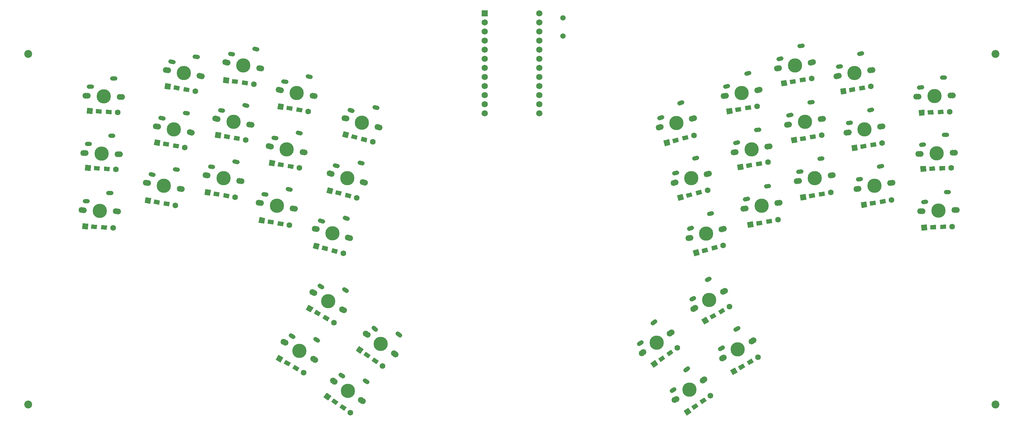
<source format=gbr>
G04 #@! TF.GenerationSoftware,KiCad,Pcbnew,(5.1.5)-1*
G04 #@! TF.CreationDate,2021-07-11T17:01:57-04:00*
G04 #@! TF.ProjectId,baboon38 v0.4,6261626f-6f6e-4333-9820-76302e342e6b,rev?*
G04 #@! TF.SameCoordinates,Original*
G04 #@! TF.FileFunction,Soldermask,Bot*
G04 #@! TF.FilePolarity,Negative*
%FSLAX46Y46*%
G04 Gerber Fmt 4.6, Leading zero omitted, Abs format (unit mm)*
G04 Created by KiCad (PCBNEW (5.1.5)-1) date 2021-07-11 17:01:57*
%MOMM*%
%LPD*%
G04 APERTURE LIST*
%ADD10C,2.200000*%
%ADD11C,1.500000*%
%ADD12C,1.752600*%
%ADD13R,1.752600X1.752600*%
%ADD14C,1.680000*%
%ADD15C,3.980000*%
%ADD16C,1.200000*%
%ADD17C,0.100000*%
%ADD18C,1.600000*%
G04 APERTURE END LIST*
D10*
X15000000Y-130000000D03*
X285000000Y-130000000D03*
X285000000Y-32000000D03*
X15000000Y-32000000D03*
D11*
X164200000Y-21960000D03*
X164200000Y-27040000D03*
D12*
X157620000Y-20630000D03*
X142380000Y-48570000D03*
X157620000Y-23170000D03*
X157620000Y-25710000D03*
X157620000Y-28250000D03*
X157620000Y-30790000D03*
X157620000Y-33330000D03*
X157620000Y-35870000D03*
X157620000Y-38410000D03*
X157620000Y-40950000D03*
X157620000Y-43490000D03*
X157620000Y-46030000D03*
X157620000Y-48570000D03*
X142380000Y-46030000D03*
X142380000Y-43490000D03*
X142380000Y-40950000D03*
X142380000Y-38410000D03*
X142380000Y-35870000D03*
X142380000Y-33330000D03*
X142380000Y-30790000D03*
X142380000Y-28250000D03*
X142380000Y-25710000D03*
X142380000Y-23170000D03*
D13*
X142380000Y-20630000D03*
D14*
X224657786Y-73550474D03*
X214652140Y-75314740D03*
D15*
X219654963Y-74432607D03*
D14*
X224086598Y-73651190D03*
X215223328Y-75214024D03*
D16*
X220978800Y-69040811D02*
X221766646Y-68901893D01*
X215067856Y-72662254D02*
X215855702Y-72523336D01*
D14*
X40557245Y-60019620D03*
X30403435Y-59665042D03*
D15*
X35480340Y-59842331D03*
D14*
X39977599Y-59999379D03*
X30983081Y-59685283D03*
D16*
X37896265Y-54843600D02*
X38695777Y-54871520D01*
X31361550Y-57156951D02*
X32161062Y-57184871D01*
D17*
G36*
X212236809Y-119603767D02*
G01*
X213036809Y-120989407D01*
X211651169Y-121789407D01*
X210851169Y-120403767D01*
X212236809Y-119603767D01*
G37*
D18*
X218698987Y-116796587D03*
D17*
G36*
X216926744Y-117126972D02*
G01*
X217526744Y-118166202D01*
X216141104Y-118966202D01*
X215541104Y-117926972D01*
X216926744Y-117126972D01*
G37*
G36*
X214501872Y-118526972D02*
G01*
X215101872Y-119566202D01*
X213716232Y-120366202D01*
X213116232Y-119326972D01*
X214501872Y-118526972D01*
G37*
G36*
X199214712Y-130868725D02*
G01*
X200132435Y-132179368D01*
X198821792Y-133097091D01*
X197904069Y-131786448D01*
X199214712Y-130868725D01*
G37*
D18*
X205407638Y-127509012D03*
D17*
G36*
X203670934Y-127992601D02*
G01*
X204359225Y-128975583D01*
X203048582Y-129893305D01*
X202360291Y-128910323D01*
X203670934Y-127992601D01*
G37*
G36*
X201377308Y-129598615D02*
G01*
X202065599Y-130581597D01*
X200754956Y-131499319D01*
X200066665Y-130516337D01*
X201377308Y-129598615D01*
G37*
G36*
X189943735Y-117509871D02*
G01*
X190861458Y-118820514D01*
X189550815Y-119738237D01*
X188633092Y-118427594D01*
X189943735Y-117509871D01*
G37*
D18*
X196136661Y-114150158D03*
D17*
G36*
X194399957Y-114633747D02*
G01*
X195088248Y-115616729D01*
X193777605Y-116534451D01*
X193089314Y-115551469D01*
X194399957Y-114633747D01*
G37*
G36*
X192106331Y-116239761D02*
G01*
X192794622Y-117222743D01*
X191483979Y-118140465D01*
X190795688Y-117157483D01*
X192106331Y-116239761D01*
G37*
G36*
X204239703Y-105452926D02*
G01*
X205039703Y-106838566D01*
X203654063Y-107638566D01*
X202854063Y-106252926D01*
X204239703Y-105452926D01*
G37*
D18*
X210701881Y-102645746D03*
D17*
G36*
X208929638Y-102976131D02*
G01*
X209529638Y-104015361D01*
X208143998Y-104815361D01*
X207543998Y-103776131D01*
X208929638Y-102976131D01*
G37*
G36*
X206504766Y-104376131D02*
G01*
X207104766Y-105415361D01*
X205719126Y-106215361D01*
X205119126Y-105176131D01*
X206504766Y-104376131D01*
G37*
G36*
X86208442Y-116869181D02*
G01*
X85408442Y-118254821D01*
X84022802Y-117454821D01*
X84822802Y-116069181D01*
X86208442Y-116869181D01*
G37*
D18*
X91870620Y-121062001D03*
D17*
G36*
X90698377Y-119692386D02*
G01*
X90098377Y-120731616D01*
X88712737Y-119931616D01*
X89312737Y-118892386D01*
X90698377Y-119692386D01*
G37*
G36*
X88273505Y-118292386D02*
G01*
X87673505Y-119331616D01*
X86287865Y-118531616D01*
X86887865Y-117492386D01*
X88273505Y-118292386D01*
G37*
G36*
X99612056Y-127569630D02*
G01*
X98694333Y-128880273D01*
X97383690Y-127962550D01*
X98301413Y-126651907D01*
X99612056Y-127569630D01*
G37*
D18*
X104887259Y-132239986D03*
D17*
G36*
X103838846Y-130773415D02*
G01*
X103150555Y-131756397D01*
X101839912Y-130838675D01*
X102528203Y-129855693D01*
X103838846Y-130773415D01*
G37*
G36*
X101545220Y-129167401D02*
G01*
X100856929Y-130150383D01*
X99546286Y-129232661D01*
X100234577Y-128249679D01*
X101545220Y-129167401D01*
G37*
G36*
X108610322Y-114535781D02*
G01*
X107692599Y-115846424D01*
X106381956Y-114928701D01*
X107299679Y-113618058D01*
X108610322Y-114535781D01*
G37*
D18*
X113885525Y-119206137D03*
D17*
G36*
X112837112Y-117739566D02*
G01*
X112148821Y-118722548D01*
X110838178Y-117804826D01*
X111526469Y-116821844D01*
X112837112Y-117739566D01*
G37*
G36*
X110543486Y-116133552D02*
G01*
X109855195Y-117116534D01*
X108544552Y-116198812D01*
X109232843Y-115215830D01*
X110543486Y-116133552D01*
G37*
G36*
X94621455Y-102882716D02*
G01*
X93821455Y-104268356D01*
X92435815Y-103468356D01*
X93235815Y-102082716D01*
X94621455Y-102882716D01*
G37*
D18*
X100283633Y-107075536D03*
D17*
G36*
X99111390Y-105705921D02*
G01*
X98511390Y-106745151D01*
X97125750Y-105945151D01*
X97725750Y-104905921D01*
X99111390Y-105705921D01*
G37*
G36*
X96686518Y-104305921D02*
G01*
X96086518Y-105345151D01*
X94700878Y-104545151D01*
X95300878Y-103505921D01*
X96686518Y-104305921D01*
G37*
G36*
X265843791Y-79685013D02*
G01*
X265899630Y-81284038D01*
X264300605Y-81339877D01*
X264244766Y-79740852D01*
X265843791Y-79685013D01*
G37*
D18*
X272867446Y-80240229D03*
D17*
G36*
X271147542Y-79699924D02*
G01*
X271189421Y-80899193D01*
X269590396Y-80955032D01*
X269548517Y-79755763D01*
X271147542Y-79699924D01*
G37*
G36*
X268349248Y-79797642D02*
G01*
X268391127Y-80996911D01*
X266792102Y-81052750D01*
X266750223Y-79853481D01*
X268349248Y-79797642D01*
G37*
G36*
X248914854Y-73230840D02*
G01*
X249192691Y-74806533D01*
X247616998Y-75084370D01*
X247339161Y-73508677D01*
X248914854Y-73230840D01*
G37*
D18*
X255947426Y-72803149D03*
D17*
G36*
X254169064Y-72507467D02*
G01*
X254377442Y-73689236D01*
X252801750Y-73967073D01*
X252593372Y-72785304D01*
X254169064Y-72507467D01*
G37*
G36*
X251411602Y-72993681D02*
G01*
X251619980Y-74175450D01*
X250044288Y-74453287D01*
X249835910Y-73271518D01*
X251411602Y-72993681D01*
G37*
G36*
X231932218Y-71142760D02*
G01*
X232210055Y-72718453D01*
X230634362Y-72996290D01*
X230356525Y-71420597D01*
X231932218Y-71142760D01*
G37*
D18*
X238964790Y-70715069D03*
D17*
G36*
X237186428Y-70419387D02*
G01*
X237394806Y-71601156D01*
X235819114Y-71878993D01*
X235610736Y-70697224D01*
X237186428Y-70419387D01*
G37*
G36*
X234428966Y-70905601D02*
G01*
X234637344Y-72087370D01*
X233061652Y-72365207D01*
X232853274Y-71183438D01*
X234428966Y-70905601D01*
G37*
G36*
X217209804Y-78788712D02*
G01*
X217487641Y-80364405D01*
X215911948Y-80642242D01*
X215634111Y-79066549D01*
X217209804Y-78788712D01*
G37*
D18*
X224242376Y-78361021D03*
D17*
G36*
X222464014Y-78065339D02*
G01*
X222672392Y-79247108D01*
X221096700Y-79524945D01*
X220888322Y-78343176D01*
X222464014Y-78065339D01*
G37*
G36*
X219706552Y-78551553D02*
G01*
X219914930Y-79733322D01*
X218339238Y-80011159D01*
X218130860Y-78829390D01*
X219706552Y-78551553D01*
G37*
G36*
X201988408Y-86570602D02*
G01*
X202402519Y-88116083D01*
X200857038Y-88530194D01*
X200442927Y-86984713D01*
X201988408Y-86570602D01*
G37*
D18*
X208956945Y-85531610D03*
D17*
G36*
X207159579Y-85392046D02*
G01*
X207470162Y-86551157D01*
X205924681Y-86965268D01*
X205614098Y-85806157D01*
X207159579Y-85392046D01*
G37*
G36*
X204454987Y-86116740D02*
G01*
X204765570Y-87275851D01*
X203220089Y-87689962D01*
X202909506Y-86530851D01*
X204454987Y-86116740D01*
G37*
G36*
X96358660Y-85136322D02*
G01*
X95944549Y-86681803D01*
X94399068Y-86267692D01*
X94813179Y-84722211D01*
X96358660Y-85136322D01*
G37*
D18*
X102913086Y-87720795D03*
D17*
G36*
X101426303Y-86701248D02*
G01*
X101115720Y-87860359D01*
X99570239Y-87446248D01*
X99880822Y-86287137D01*
X101426303Y-86701248D01*
G37*
G36*
X98721711Y-85976554D02*
G01*
X98411128Y-87135665D01*
X96865647Y-86721554D01*
X97176230Y-85562443D01*
X98721711Y-85976554D01*
G37*
G36*
X81119814Y-77873775D02*
G01*
X80841977Y-79449468D01*
X79266284Y-79171631D01*
X79544121Y-77595938D01*
X81119814Y-77873775D01*
G37*
D18*
X87874549Y-79877159D03*
D17*
G36*
X86304565Y-78991072D02*
G01*
X86096187Y-80172841D01*
X84520495Y-79895004D01*
X84728873Y-78713235D01*
X86304565Y-78991072D01*
G37*
G36*
X83547103Y-78504858D02*
G01*
X83338725Y-79686627D01*
X81763033Y-79408790D01*
X81971411Y-78227021D01*
X83547103Y-78504858D01*
G37*
G36*
X65981494Y-70063445D02*
G01*
X65703657Y-71639138D01*
X64127964Y-71361301D01*
X64405801Y-69785608D01*
X65981494Y-70063445D01*
G37*
D18*
X72736229Y-72066829D03*
D17*
G36*
X71166245Y-71180742D02*
G01*
X70957867Y-72362511D01*
X69382175Y-72084674D01*
X69590553Y-70902905D01*
X71166245Y-71180742D01*
G37*
G36*
X68408783Y-70694528D02*
G01*
X68200405Y-71876297D01*
X66624713Y-71598460D01*
X66833091Y-70416691D01*
X68408783Y-70694528D01*
G37*
G36*
X49315147Y-72324618D02*
G01*
X49037310Y-73900311D01*
X47461617Y-73622474D01*
X47739454Y-72046781D01*
X49315147Y-72324618D01*
G37*
D18*
X56069882Y-74328002D03*
D17*
G36*
X54499898Y-73441915D02*
G01*
X54291520Y-74623684D01*
X52715828Y-74345847D01*
X52924206Y-73164078D01*
X54499898Y-73441915D01*
G37*
G36*
X51742436Y-72955701D02*
G01*
X51534058Y-74137470D01*
X49958366Y-73859633D01*
X50166744Y-72677864D01*
X51742436Y-72955701D01*
G37*
G36*
X31696955Y-79438644D02*
G01*
X31613218Y-81036451D01*
X30015411Y-80952714D01*
X30099148Y-79354907D01*
X31696955Y-79438644D01*
G37*
D18*
X38645493Y-80603899D03*
D17*
G36*
X36979224Y-79915750D02*
G01*
X36916421Y-81114105D01*
X35318614Y-81030368D01*
X35381417Y-79832013D01*
X36979224Y-79915750D01*
G37*
G36*
X34183062Y-79769210D02*
G01*
X34120259Y-80967565D01*
X32522452Y-80883828D01*
X32585255Y-79685473D01*
X34183062Y-79769210D01*
G37*
G36*
X265570898Y-63298877D02*
G01*
X265626737Y-64897902D01*
X264027712Y-64953741D01*
X263971873Y-63354716D01*
X265570898Y-63298877D01*
G37*
D18*
X272594553Y-63854093D03*
D17*
G36*
X270874649Y-63313788D02*
G01*
X270916528Y-64513057D01*
X269317503Y-64568896D01*
X269275624Y-63369627D01*
X270874649Y-63313788D01*
G37*
G36*
X268076355Y-63411506D02*
G01*
X268118234Y-64610775D01*
X266519209Y-64666614D01*
X266477330Y-63467345D01*
X268076355Y-63411506D01*
G37*
G36*
X246289703Y-57341579D02*
G01*
X246567540Y-58917272D01*
X244991847Y-59195109D01*
X244714010Y-57619416D01*
X246289703Y-57341579D01*
G37*
D18*
X253322275Y-56913888D03*
D17*
G36*
X251543913Y-56618206D02*
G01*
X251752291Y-57799975D01*
X250176599Y-58077812D01*
X249968221Y-56896043D01*
X251543913Y-56618206D01*
G37*
G36*
X248786451Y-57104420D02*
G01*
X248994829Y-58286189D01*
X247419137Y-58564026D01*
X247210759Y-57382257D01*
X248786451Y-57104420D01*
G37*
G36*
X229415403Y-55162595D02*
G01*
X229693240Y-56738288D01*
X228117547Y-57016125D01*
X227839710Y-55440432D01*
X229415403Y-55162595D01*
G37*
D18*
X236447975Y-54734904D03*
D17*
G36*
X234669613Y-54439222D02*
G01*
X234877991Y-55620991D01*
X233302299Y-55898828D01*
X233093921Y-54717059D01*
X234669613Y-54439222D01*
G37*
G36*
X231912151Y-54925436D02*
G01*
X232120529Y-56107205D01*
X230544837Y-56385042D01*
X230336459Y-55203273D01*
X231912151Y-54925436D01*
G37*
G36*
X214402848Y-62682782D02*
G01*
X214680685Y-64258475D01*
X213104992Y-64536312D01*
X212827155Y-62960619D01*
X214402848Y-62682782D01*
G37*
D18*
X221435420Y-62255091D03*
D17*
G36*
X219657058Y-61959409D02*
G01*
X219865436Y-63141178D01*
X218289744Y-63419015D01*
X218081366Y-62237246D01*
X219657058Y-61959409D01*
G37*
G36*
X216899596Y-62445623D02*
G01*
X217107974Y-63627392D01*
X215532282Y-63905229D01*
X215323904Y-62723460D01*
X216899596Y-62445623D01*
G37*
G36*
X197617434Y-71130893D02*
G01*
X198031545Y-72676374D01*
X196486064Y-73090485D01*
X196071953Y-71545004D01*
X197617434Y-71130893D01*
G37*
D18*
X204585971Y-70091901D03*
D17*
G36*
X202788605Y-69952337D02*
G01*
X203099188Y-71111448D01*
X201553707Y-71525559D01*
X201243124Y-70366448D01*
X202788605Y-69952337D01*
G37*
G36*
X200084013Y-70677031D02*
G01*
X200394596Y-71836142D01*
X198849115Y-72250253D01*
X198538532Y-71091142D01*
X200084013Y-70677031D01*
G37*
G36*
X100123201Y-69649288D02*
G01*
X99709090Y-71194769D01*
X98163609Y-70780658D01*
X98577720Y-69235177D01*
X100123201Y-69649288D01*
G37*
D18*
X106677627Y-72233761D03*
D17*
G36*
X105190844Y-71214214D02*
G01*
X104880261Y-72373325D01*
X103334780Y-71959214D01*
X103645363Y-70800103D01*
X105190844Y-71214214D01*
G37*
G36*
X102486252Y-70489520D02*
G01*
X102175669Y-71648631D01*
X100630188Y-71234520D01*
X100940771Y-70075409D01*
X102486252Y-70489520D01*
G37*
G36*
X83935489Y-61867463D02*
G01*
X83657652Y-63443156D01*
X82081959Y-63165319D01*
X82359796Y-61589626D01*
X83935489Y-61867463D01*
G37*
D18*
X90690224Y-63870847D03*
D17*
G36*
X89120240Y-62984760D02*
G01*
X88911862Y-64166529D01*
X87336170Y-63888692D01*
X87544548Y-62706923D01*
X89120240Y-62984760D01*
G37*
G36*
X86362778Y-62498546D02*
G01*
X86154400Y-63680315D01*
X84578708Y-63402478D01*
X84787086Y-62220709D01*
X86362778Y-62498546D01*
G37*
G36*
X68896786Y-54048419D02*
G01*
X68618949Y-55624112D01*
X67043256Y-55346275D01*
X67321093Y-53770582D01*
X68896786Y-54048419D01*
G37*
D18*
X75651521Y-56051803D03*
D17*
G36*
X74081537Y-55165716D02*
G01*
X73873159Y-56347485D01*
X72297467Y-56069648D01*
X72505845Y-54887879D01*
X74081537Y-55165716D01*
G37*
G36*
X71324075Y-54679502D02*
G01*
X71115697Y-55861271D01*
X69540005Y-55583434D01*
X69748383Y-54401665D01*
X71324075Y-54679502D01*
G37*
G36*
X51914151Y-56136499D02*
G01*
X51636314Y-57712192D01*
X50060621Y-57434355D01*
X50338458Y-55858662D01*
X51914151Y-56136499D01*
G37*
D18*
X58668886Y-58139883D03*
D17*
G36*
X57098902Y-57253796D02*
G01*
X56890524Y-58435565D01*
X55314832Y-58157728D01*
X55523210Y-56975959D01*
X57098902Y-57253796D01*
G37*
G36*
X54341440Y-56767582D02*
G01*
X54133062Y-57949351D01*
X52557370Y-57671514D01*
X52765748Y-56489745D01*
X54341440Y-56767582D01*
G37*
G36*
X32476661Y-63108548D02*
G01*
X32392924Y-64706355D01*
X30795117Y-64622618D01*
X30878854Y-63024811D01*
X32476661Y-63108548D01*
G37*
D18*
X39425199Y-64273803D03*
D17*
G36*
X37758930Y-63585654D02*
G01*
X37696127Y-64784009D01*
X36098320Y-64700272D01*
X36161123Y-63501917D01*
X37758930Y-63585654D01*
G37*
G36*
X34962768Y-63439114D02*
G01*
X34899965Y-64637469D01*
X33302158Y-64553732D01*
X33364961Y-63355377D01*
X34962768Y-63439114D01*
G37*
G36*
X265137377Y-47601357D02*
G01*
X265193216Y-49200382D01*
X263594191Y-49256221D01*
X263538352Y-47657196D01*
X265137377Y-47601357D01*
G37*
D18*
X272161032Y-48156573D03*
D17*
G36*
X270441128Y-47616268D02*
G01*
X270483007Y-48815537D01*
X268883982Y-48871376D01*
X268842103Y-47672107D01*
X270441128Y-47616268D01*
G37*
G36*
X267642834Y-47713986D02*
G01*
X267684713Y-48913255D01*
X266085688Y-48969094D01*
X266043809Y-47769825D01*
X267642834Y-47713986D01*
G37*
G36*
X243157741Y-41508361D02*
G01*
X243435578Y-43084054D01*
X241859885Y-43361891D01*
X241582048Y-41786198D01*
X243157741Y-41508361D01*
G37*
D18*
X250190313Y-41080670D03*
D17*
G36*
X248411951Y-40784988D02*
G01*
X248620329Y-41966757D01*
X247044637Y-42244594D01*
X246836259Y-41062825D01*
X248411951Y-40784988D01*
G37*
G36*
X245654489Y-41271202D02*
G01*
X245862867Y-42452971D01*
X244287175Y-42730808D01*
X244078797Y-41549039D01*
X245654489Y-41271202D01*
G37*
G36*
X226591014Y-39255903D02*
G01*
X226868851Y-40831596D01*
X225293158Y-41109433D01*
X225015321Y-39533740D01*
X226591014Y-39255903D01*
G37*
D18*
X233623586Y-38828212D03*
D17*
G36*
X231845224Y-38532530D02*
G01*
X232053602Y-39714299D01*
X230477910Y-39992136D01*
X230269532Y-38810367D01*
X231845224Y-38532530D01*
G37*
G36*
X229087762Y-39018744D02*
G01*
X229296140Y-40200513D01*
X227720448Y-40478350D01*
X227512070Y-39296581D01*
X229087762Y-39018744D01*
G37*
G36*
X211353075Y-47057517D02*
G01*
X211630912Y-48633210D01*
X210055219Y-48911047D01*
X209777382Y-47335354D01*
X211353075Y-47057517D01*
G37*
D18*
X218385647Y-46629826D03*
D17*
G36*
X216607285Y-46334144D02*
G01*
X216815663Y-47515913D01*
X215239971Y-47793750D01*
X215031593Y-46611981D01*
X216607285Y-46334144D01*
G37*
G36*
X213849823Y-46820358D02*
G01*
X214058201Y-48002127D01*
X212482509Y-48279964D01*
X212274131Y-47098195D01*
X213849823Y-46820358D01*
G37*
G36*
X193835462Y-55843098D02*
G01*
X194249573Y-57388579D01*
X192704092Y-57802690D01*
X192289981Y-56257209D01*
X193835462Y-55843098D01*
G37*
D18*
X200803999Y-54804106D03*
D17*
G36*
X199006633Y-54664542D02*
G01*
X199317216Y-55823653D01*
X197771735Y-56237764D01*
X197461152Y-55078653D01*
X199006633Y-54664542D01*
G37*
G36*
X196302041Y-55389236D02*
G01*
X196612624Y-56548347D01*
X195067143Y-56962458D01*
X194756560Y-55803347D01*
X196302041Y-55389236D01*
G37*
G36*
X104576363Y-54001626D02*
G01*
X104162252Y-55547107D01*
X102616771Y-55132996D01*
X103030882Y-53587515D01*
X104576363Y-54001626D01*
G37*
D18*
X111130789Y-56586099D03*
D17*
G36*
X109644006Y-55566552D02*
G01*
X109333423Y-56725663D01*
X107787942Y-56311552D01*
X108098525Y-55152441D01*
X109644006Y-55566552D01*
G37*
G36*
X106939414Y-54841858D02*
G01*
X106628831Y-56000969D01*
X105083350Y-55586858D01*
X105393933Y-54427747D01*
X106939414Y-54841858D01*
G37*
G36*
X86370113Y-46095254D02*
G01*
X86092276Y-47670947D01*
X84516583Y-47393110D01*
X84794420Y-45817417D01*
X86370113Y-46095254D01*
G37*
D18*
X93124848Y-48098638D03*
D17*
G36*
X91554864Y-47212551D02*
G01*
X91346486Y-48394320D01*
X89770794Y-48116483D01*
X89979172Y-46934714D01*
X91554864Y-47212551D01*
G37*
G36*
X88797402Y-46726337D02*
G01*
X88589024Y-47908106D01*
X87013332Y-47630269D01*
X87221710Y-46448500D01*
X88797402Y-46726337D01*
G37*
G36*
X71113812Y-38695004D02*
G01*
X70891135Y-40279433D01*
X69306706Y-40056756D01*
X69529383Y-38472327D01*
X71113812Y-38695004D01*
G37*
D18*
X77934349Y-40461430D03*
D17*
G36*
X76334397Y-39630675D02*
G01*
X76167390Y-40818996D01*
X74582961Y-40596319D01*
X74749968Y-39407998D01*
X76334397Y-39630675D01*
G37*
G36*
X73561647Y-39240991D02*
G01*
X73394640Y-40429312D01*
X71810211Y-40206635D01*
X71977218Y-39018314D01*
X73561647Y-39240991D01*
G37*
G36*
X54855589Y-40420331D02*
G01*
X54577752Y-41996024D01*
X53002059Y-41718187D01*
X53279896Y-40142494D01*
X54855589Y-40420331D01*
G37*
D18*
X61610324Y-42423715D03*
D17*
G36*
X60040340Y-41537628D02*
G01*
X59831962Y-42719397D01*
X58256270Y-42441560D01*
X58464648Y-41259791D01*
X60040340Y-41537628D01*
G37*
G36*
X57282878Y-41051414D02*
G01*
X57074500Y-42233183D01*
X55498808Y-41955346D01*
X55707186Y-40773577D01*
X57282878Y-41051414D01*
G37*
G36*
X32992369Y-47203075D02*
G01*
X32908632Y-48800882D01*
X31310825Y-48717145D01*
X31394562Y-47119338D01*
X32992369Y-47203075D01*
G37*
D18*
X39940907Y-48368330D03*
D17*
G36*
X38274638Y-47680181D02*
G01*
X38211835Y-48878536D01*
X36614028Y-48794799D01*
X36676831Y-47596444D01*
X38274638Y-47680181D01*
G37*
G36*
X35478476Y-47533641D02*
G01*
X35415673Y-48731996D01*
X33817866Y-48648259D01*
X33880669Y-47449904D01*
X35478476Y-47533641D01*
G37*
D14*
X209442965Y-98185576D03*
X200644147Y-103265576D03*
D15*
X205043556Y-100725576D03*
D14*
X208940670Y-98475576D03*
X201146442Y-102975576D03*
D16*
X204443453Y-95206167D02*
X205136273Y-94806167D01*
X200127589Y-100630871D02*
X200820409Y-100230871D01*
D14*
X95073281Y-117498719D03*
X86274463Y-112418719D03*
D15*
X90673872Y-114958719D03*
D14*
X94570986Y-117208719D03*
X86776758Y-112708719D03*
D16*
X95153769Y-111679310D02*
X95846589Y-112079310D01*
X88297905Y-110654014D02*
X88990725Y-111054014D01*
D14*
X108347706Y-129075649D03*
X100025122Y-123248113D03*
D15*
X104186414Y-126161881D03*
D14*
X107872598Y-128742975D03*
X100500230Y-123580787D03*
D16*
X108935083Y-123285399D02*
X109590405Y-123744261D01*
X102194668Y-121666478D02*
X102849990Y-122125340D01*
D14*
X117524928Y-115969218D03*
X109202344Y-110141682D03*
D15*
X113363636Y-113055450D03*
D14*
X117049820Y-115636544D03*
X109677452Y-110474356D03*
D16*
X118112305Y-110178968D02*
X118767627Y-110637830D01*
X111371890Y-108560047D02*
X112027212Y-109018909D01*
D14*
X103073283Y-103642313D03*
X94274465Y-98562313D03*
D15*
X98673874Y-101102313D03*
D14*
X102570988Y-103352313D03*
X94776760Y-98852313D03*
D16*
X103153771Y-97822904D02*
X103846591Y-98222904D01*
X96297907Y-96797608D02*
X96990727Y-97197608D01*
D14*
X217442964Y-112041982D03*
X208644146Y-117121982D03*
D15*
X213043555Y-114581982D03*
D14*
X216940669Y-112331982D03*
X209146441Y-116831982D03*
D16*
X212443452Y-109062573D02*
X213136272Y-108662573D01*
X208127588Y-114487277D02*
X208820408Y-114087277D01*
D14*
X203717697Y-122911230D03*
X195395113Y-128738766D03*
D15*
X199556405Y-125824998D03*
D14*
X203242589Y-123243904D03*
X195870221Y-128406092D03*
D16*
X198477537Y-120378895D02*
X199132859Y-119920033D01*
X194650891Y-126159109D02*
X195306213Y-125700247D01*
D14*
X194540473Y-109804800D03*
X186217889Y-115632336D03*
D15*
X190379181Y-112718568D03*
D14*
X194065365Y-110137474D03*
X186692997Y-115299662D03*
D16*
X189300313Y-107272465D02*
X189955635Y-106813603D01*
X185473667Y-113052679D02*
X186128989Y-112593817D01*
D14*
X274161793Y-75587181D03*
X264007983Y-75941759D03*
D15*
X269084888Y-75764470D03*
D14*
X273582147Y-75607422D03*
X264587629Y-75921518D03*
D16*
X271146234Y-70609390D02*
X271945746Y-70581470D01*
X264788808Y-73372944D02*
X265588320Y-73345024D01*
D14*
X256171635Y-67993732D03*
X246165989Y-69757998D03*
D15*
X251168812Y-68875865D03*
D14*
X255600447Y-68094448D03*
X246737177Y-69657282D03*
D16*
X252492649Y-63484069D02*
X253280495Y-63345151D01*
X246581705Y-67105512D02*
X247369551Y-66966594D01*
D14*
X239546472Y-65848066D03*
X229540826Y-67612332D03*
D15*
X234543649Y-66730199D03*
D14*
X238975284Y-65948782D03*
X230112014Y-67511616D03*
D16*
X235867486Y-61338403D02*
X236655332Y-61199485D01*
X229956542Y-64959846D02*
X230744388Y-64820928D01*
D14*
X209071418Y-80888468D03*
X199257612Y-83518070D03*
D15*
X204164515Y-82203269D03*
D14*
X208511181Y-81038583D03*
X199817849Y-83367955D03*
D16*
X205013388Y-76716612D02*
X205786128Y-76509556D01*
X199440567Y-80839446D02*
X200213307Y-80632390D01*
D14*
X104767352Y-83464895D03*
X94953546Y-80835293D03*
D15*
X99860449Y-82150094D03*
D14*
X104207115Y-83314780D03*
X95513783Y-80985408D03*
D16*
X103338924Y-77822945D02*
X104111664Y-78030001D01*
X96451302Y-78607014D02*
X97224042Y-78814070D01*
D14*
X89362593Y-75307698D03*
X79356947Y-73543432D03*
D15*
X84359770Y-74425565D03*
D14*
X88791405Y-75206982D03*
X79928135Y-73644148D03*
D16*
X87447872Y-69811714D02*
X88235718Y-69950632D01*
X80654796Y-71193095D02*
X81442642Y-71332013D01*
D14*
X74473910Y-67605289D03*
X64468264Y-65841023D03*
D15*
X69471087Y-66723156D03*
D14*
X73902722Y-67504573D03*
X65039452Y-65941739D03*
D16*
X72559189Y-62109305D02*
X73347035Y-62248223D01*
X65766113Y-63490686D02*
X66553959Y-63629604D01*
D14*
X57848745Y-69750957D03*
X47843099Y-67986691D03*
D15*
X52845922Y-68868824D03*
D14*
X57277557Y-69650241D03*
X48414287Y-68087407D03*
D16*
X55934024Y-64254973D02*
X56721870Y-64393891D01*
X49140948Y-65636354D02*
X49928794Y-65775272D01*
D14*
X39998853Y-76009872D03*
X29845043Y-75655294D03*
D15*
X34921948Y-75832583D03*
D14*
X39419207Y-75989631D03*
X30424689Y-75675535D03*
D16*
X37337873Y-70833852D02*
X38137385Y-70861772D01*
X30803158Y-73147203D02*
X31602670Y-73175123D01*
D14*
X273603403Y-59596928D03*
X263449593Y-59951506D03*
D15*
X268526498Y-59774217D03*
D14*
X273023757Y-59617169D03*
X264029239Y-59931265D03*
D16*
X270587844Y-54619137D02*
X271387356Y-54591217D01*
X264230418Y-57382691D02*
X265029930Y-57354771D01*
D14*
X253393264Y-52236807D03*
X243387618Y-54001073D03*
D15*
X248390441Y-53118940D03*
D14*
X252822076Y-52337523D03*
X243958806Y-53900357D03*
D16*
X249714278Y-47727144D02*
X250502124Y-47588226D01*
X243803334Y-51348587D02*
X244591180Y-51209669D01*
D14*
X236768099Y-50091141D03*
X226762453Y-51855407D03*
D15*
X231765276Y-50973274D03*
D14*
X236196911Y-50191857D03*
X227333641Y-51754691D03*
D16*
X233089113Y-45581478D02*
X233876959Y-45442560D01*
X227178169Y-49202921D02*
X227966015Y-49064003D01*
D14*
X221879416Y-57793551D03*
X211873770Y-59557817D03*
D15*
X216876593Y-58675684D03*
D14*
X221308228Y-57894267D03*
X212444958Y-59457101D03*
D16*
X218200430Y-53283888D02*
X218988276Y-53144970D01*
X212289486Y-56905331D02*
X213077332Y-56766413D01*
D14*
X204930314Y-65433655D03*
X195116508Y-68063257D03*
D15*
X200023411Y-66748456D03*
D14*
X204370077Y-65583770D03*
X195676745Y-67913142D03*
D16*
X200872284Y-61261799D02*
X201645024Y-61054743D01*
X195299463Y-65384633D02*
X196072203Y-65177577D01*
D14*
X108908458Y-68010081D03*
X99094652Y-65380479D03*
D15*
X104001555Y-66695280D03*
D14*
X108348221Y-67859966D03*
X99654889Y-65530594D03*
D16*
X107480030Y-62368131D02*
X108252770Y-62575187D01*
X100592408Y-63152200D02*
X101365148Y-63359256D01*
D14*
X92140965Y-59550775D03*
X82135319Y-57786509D03*
D15*
X87138142Y-58668642D03*
D14*
X91569777Y-59450059D03*
X82706507Y-57887225D03*
D16*
X90226244Y-54054791D02*
X91014090Y-54193709D01*
X83433168Y-55436172D02*
X84221014Y-55575090D01*
D14*
X77252282Y-51848365D03*
X67246636Y-50084099D03*
D15*
X72249459Y-50966232D03*
D14*
X76681094Y-51747649D03*
X67817824Y-50184815D03*
D16*
X75337561Y-46352381D02*
X76125407Y-46491299D01*
X68544485Y-47733762D02*
X69332331Y-47872680D01*
D14*
X60627115Y-53994034D03*
X50621469Y-52229768D03*
D15*
X55624292Y-53111901D03*
D14*
X60055927Y-53893318D03*
X51192657Y-52330484D03*
D16*
X58712394Y-48498050D02*
X59500240Y-48636968D01*
X51919318Y-49879431D02*
X52707164Y-50018349D01*
D14*
X273045011Y-43606673D03*
X262891201Y-43961251D03*
D15*
X267968106Y-43783962D03*
D14*
X272465365Y-43626914D03*
X263470847Y-43941010D03*
D16*
X270029452Y-38628882D02*
X270828964Y-38600962D01*
X263672026Y-41392436D02*
X264471538Y-41364516D01*
D14*
X250614895Y-36479886D03*
X240609249Y-38244152D03*
D15*
X245612072Y-37362019D03*
D14*
X250043707Y-36580602D03*
X241180437Y-38143436D03*
D16*
X246935909Y-31970223D02*
X247723755Y-31831305D01*
X241024965Y-35591666D02*
X241812811Y-35452748D01*
D14*
X233989730Y-34334217D03*
X223984084Y-36098483D03*
D15*
X228986907Y-35216350D03*
D14*
X233418542Y-34434933D03*
X224555272Y-35997767D03*
D16*
X230310744Y-29824554D02*
X231098590Y-29685636D01*
X224399800Y-33445997D02*
X225187646Y-33307079D01*
D14*
X219101046Y-42036626D03*
X209095400Y-43800892D03*
D15*
X214098223Y-42918759D03*
D14*
X218529858Y-42137342D03*
X209666588Y-43700176D03*
D16*
X215422060Y-37526963D02*
X216209906Y-37388045D01*
X209511116Y-41148406D02*
X210298962Y-41009488D01*
D14*
X200789209Y-49978842D03*
X190975403Y-52608444D03*
D15*
X195882306Y-51293643D03*
D14*
X200228972Y-50128957D03*
X191535640Y-52458329D03*
D16*
X196731179Y-45806986D02*
X197503919Y-45599930D01*
X191158358Y-49929820D02*
X191931098Y-49722764D01*
D14*
X113049561Y-52555268D03*
X103235755Y-49925666D03*
D15*
X108142658Y-51240467D03*
D14*
X112489324Y-52405153D03*
X103795992Y-50075781D03*
D16*
X111621133Y-46913318D02*
X112393873Y-47120374D01*
X104733511Y-47697387D02*
X105506251Y-47904443D01*
D14*
X94919336Y-43793851D03*
X84913690Y-42029585D03*
D15*
X89916513Y-42911718D03*
D14*
X94348148Y-43693135D03*
X85484878Y-42130301D03*
D16*
X93004615Y-38297867D02*
X93792461Y-38436785D01*
X86211539Y-39679248D02*
X86999385Y-39818166D01*
D14*
X80030653Y-36091441D03*
X70025007Y-34327175D03*
D15*
X75027830Y-35209308D03*
D14*
X79459465Y-35990725D03*
X70596195Y-34427891D03*
D16*
X78115932Y-30595457D02*
X78903778Y-30734375D01*
X71322856Y-31976838D02*
X72110702Y-32115756D01*
D14*
X63405486Y-38237109D03*
X53399840Y-36472843D03*
D15*
X58402663Y-37354976D03*
D14*
X62834298Y-38136393D03*
X53971028Y-36573559D03*
D16*
X61490765Y-32741125D02*
X62278611Y-32880043D01*
X54697689Y-34122506D02*
X55485535Y-34261424D01*
D14*
X41115636Y-44029366D03*
X30961826Y-43674788D03*
D15*
X36038731Y-43852077D03*
D14*
X40535990Y-44009125D03*
X31541472Y-43695029D03*
D16*
X38454656Y-38853346D02*
X39254168Y-38881266D01*
X31919941Y-41166697D02*
X32719453Y-41194617D01*
M02*

</source>
